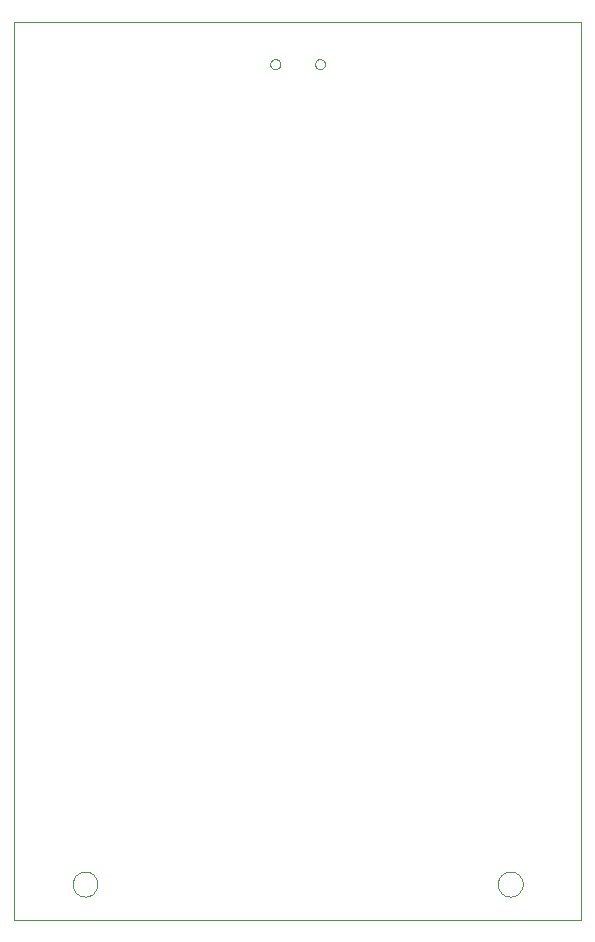
<source format=gko>
G75*
%MOIN*%
%OFA0B0*%
%FSLAX24Y24*%
%IPPOS*%
%LPD*%
%AMOC8*
5,1,8,0,0,1.08239X$1,22.5*
%
%ADD10C,0.0000*%
D10*
X000159Y000159D02*
X000159Y030080D01*
X019057Y030080D01*
X019057Y000159D01*
X000159Y000159D01*
X002106Y001340D02*
X002108Y001380D01*
X002114Y001420D01*
X002123Y001459D01*
X002137Y001496D01*
X002154Y001533D01*
X002174Y001567D01*
X002197Y001600D01*
X002224Y001630D01*
X002253Y001657D01*
X002285Y001682D01*
X002319Y001703D01*
X002355Y001720D01*
X002393Y001735D01*
X002431Y001745D01*
X002471Y001752D01*
X002511Y001755D01*
X002551Y001754D01*
X002591Y001749D01*
X002630Y001740D01*
X002668Y001728D01*
X002705Y001712D01*
X002740Y001693D01*
X002773Y001670D01*
X002804Y001644D01*
X002832Y001615D01*
X002857Y001584D01*
X002879Y001550D01*
X002897Y001515D01*
X002912Y001478D01*
X002924Y001439D01*
X002932Y001400D01*
X002936Y001360D01*
X002936Y001320D01*
X002932Y001280D01*
X002924Y001241D01*
X002912Y001202D01*
X002897Y001165D01*
X002879Y001130D01*
X002857Y001096D01*
X002832Y001065D01*
X002804Y001036D01*
X002773Y001010D01*
X002740Y000987D01*
X002705Y000968D01*
X002668Y000952D01*
X002630Y000940D01*
X002591Y000931D01*
X002551Y000926D01*
X002511Y000925D01*
X002471Y000928D01*
X002431Y000935D01*
X002393Y000945D01*
X002355Y000960D01*
X002319Y000977D01*
X002285Y000998D01*
X002253Y001023D01*
X002224Y001050D01*
X002197Y001080D01*
X002174Y001113D01*
X002154Y001147D01*
X002137Y001184D01*
X002123Y001221D01*
X002114Y001260D01*
X002108Y001300D01*
X002106Y001340D01*
X016279Y001340D02*
X016281Y001380D01*
X016287Y001420D01*
X016296Y001459D01*
X016310Y001496D01*
X016327Y001533D01*
X016347Y001567D01*
X016370Y001600D01*
X016397Y001630D01*
X016426Y001657D01*
X016458Y001682D01*
X016492Y001703D01*
X016528Y001720D01*
X016566Y001735D01*
X016604Y001745D01*
X016644Y001752D01*
X016684Y001755D01*
X016724Y001754D01*
X016764Y001749D01*
X016803Y001740D01*
X016841Y001728D01*
X016878Y001712D01*
X016913Y001693D01*
X016946Y001670D01*
X016977Y001644D01*
X017005Y001615D01*
X017030Y001584D01*
X017052Y001550D01*
X017070Y001515D01*
X017085Y001478D01*
X017097Y001439D01*
X017105Y001400D01*
X017109Y001360D01*
X017109Y001320D01*
X017105Y001280D01*
X017097Y001241D01*
X017085Y001202D01*
X017070Y001165D01*
X017052Y001130D01*
X017030Y001096D01*
X017005Y001065D01*
X016977Y001036D01*
X016946Y001010D01*
X016913Y000987D01*
X016878Y000968D01*
X016841Y000952D01*
X016803Y000940D01*
X016764Y000931D01*
X016724Y000926D01*
X016684Y000925D01*
X016644Y000928D01*
X016604Y000935D01*
X016566Y000945D01*
X016528Y000960D01*
X016492Y000977D01*
X016458Y000998D01*
X016426Y001023D01*
X016397Y001050D01*
X016370Y001080D01*
X016347Y001113D01*
X016327Y001147D01*
X016310Y001184D01*
X016296Y001221D01*
X016287Y001260D01*
X016281Y001300D01*
X016279Y001340D01*
X010189Y028673D02*
X010191Y028698D01*
X010197Y028723D01*
X010206Y028747D01*
X010219Y028769D01*
X010236Y028789D01*
X010255Y028806D01*
X010276Y028820D01*
X010300Y028830D01*
X010324Y028837D01*
X010350Y028840D01*
X010375Y028839D01*
X010400Y028834D01*
X010424Y028825D01*
X010447Y028813D01*
X010467Y028798D01*
X010485Y028779D01*
X010500Y028758D01*
X010511Y028735D01*
X010519Y028711D01*
X010523Y028686D01*
X010523Y028660D01*
X010519Y028635D01*
X010511Y028611D01*
X010500Y028588D01*
X010485Y028567D01*
X010467Y028548D01*
X010447Y028533D01*
X010424Y028521D01*
X010400Y028512D01*
X010375Y028507D01*
X010350Y028506D01*
X010324Y028509D01*
X010300Y028516D01*
X010276Y028526D01*
X010255Y028540D01*
X010236Y028557D01*
X010219Y028577D01*
X010206Y028599D01*
X010197Y028623D01*
X010191Y028648D01*
X010189Y028673D01*
X008693Y028673D02*
X008695Y028698D01*
X008701Y028723D01*
X008710Y028747D01*
X008723Y028769D01*
X008740Y028789D01*
X008759Y028806D01*
X008780Y028820D01*
X008804Y028830D01*
X008828Y028837D01*
X008854Y028840D01*
X008879Y028839D01*
X008904Y028834D01*
X008928Y028825D01*
X008951Y028813D01*
X008971Y028798D01*
X008989Y028779D01*
X009004Y028758D01*
X009015Y028735D01*
X009023Y028711D01*
X009027Y028686D01*
X009027Y028660D01*
X009023Y028635D01*
X009015Y028611D01*
X009004Y028588D01*
X008989Y028567D01*
X008971Y028548D01*
X008951Y028533D01*
X008928Y028521D01*
X008904Y028512D01*
X008879Y028507D01*
X008854Y028506D01*
X008828Y028509D01*
X008804Y028516D01*
X008780Y028526D01*
X008759Y028540D01*
X008740Y028557D01*
X008723Y028577D01*
X008710Y028599D01*
X008701Y028623D01*
X008695Y028648D01*
X008693Y028673D01*
M02*

</source>
